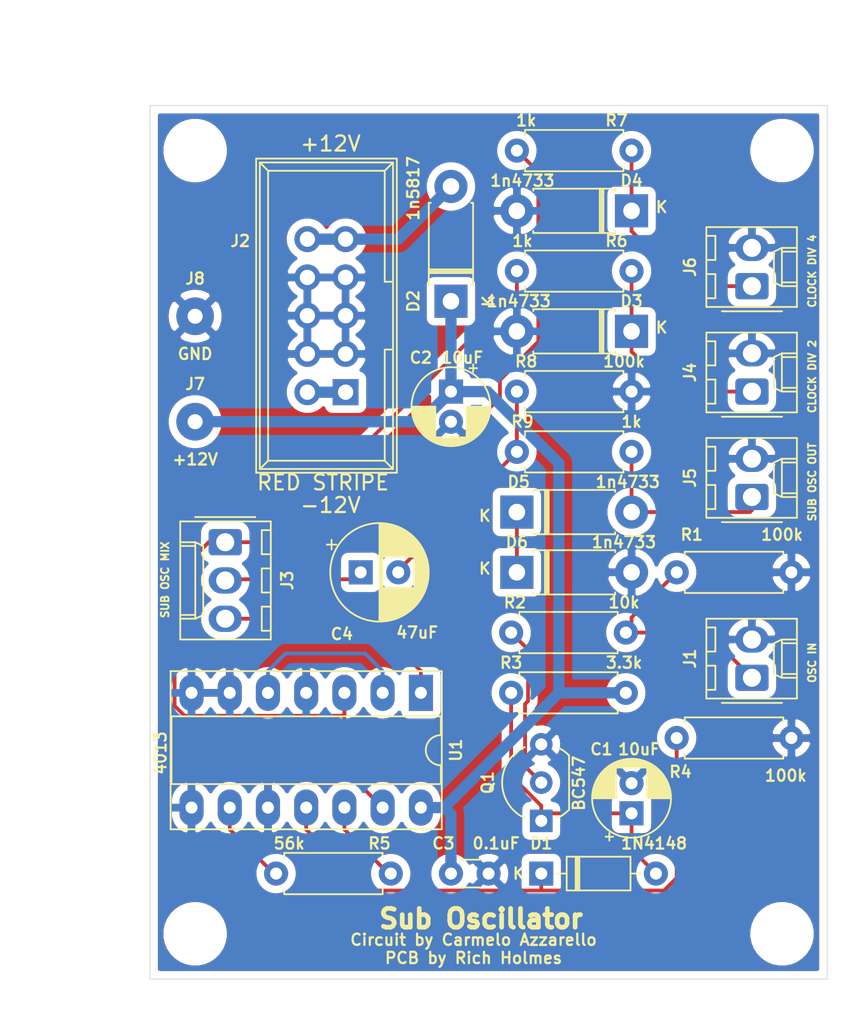
<source format=kicad_pcb>
(kicad_pcb (version 20171130) (host pcbnew 5.1.5-52549c5~84~ubuntu18.04.1)
  (layers (0 F.Cu signal) (31 B.Cu signal) (34 B.Paste user) (35 F.Paste user) (36 B.SilkS user) (37 F.SilkS user) (38 B.Mask user) (39 F.Mask user) (44 Edge.Cuts user))
  (net 0 "")
  (net 1 GND)
  (net 2 +12V)
  (net 3 "Net-(Q1-Pad2)")
  (net 4 "Net-(U1-Pad2)")
  (net 5 /-2_OCT_1)
  (net 6 /-1_OCT_1)
  (net 7 "Net-(C1-Pad1)")
  (net 8 "Net-(D1-Pad1)")
  (net 9 "Net-(D2-Pad2)")
  (net 10 CLOCK_DIV_2_OUT)
  (net 11 CLOCK_DIV_4_OUT)
  (net 12 "Net-(D5-Pad1)")
  (net 13 SUB_OSC_OUT)
  (net 14 OSC_INPUT)
  (net 15 "Net-(J2-Pad1)")
  (net 16 "Net-(R5-Pad2)")
  (net 17 "Net-(R5-Pad1)")
  (net 18 "Net-(C4-Pad2)")
  (net 19 /SUB_OSC_MIX)
  (module ao_tht:MountingHole_3.2mm_M3 (layer F.Cu) (at 169 37)
    (fp_text reference REF** hide)
    (fp_text value MountingHole_3.2mm_M3)
    (pad 1 np_thru_hole circle (at 0 0) (size 3.2 3.2) (drill 3.2) (layers *.Cu *.Mask))
  )
  (module ao_tht:MountingHole_3.2mm_M3 (layer F.Cu) (at 130 37)
    (fp_text reference REF** hide)
    (fp_text value MountingHole_3.2mm_M3)
    (pad 1 np_thru_hole circle (at 0 0) (size 3.2 3.2) (drill 3.2) (layers *.Cu *.Mask))
  )
  (module ao_tht:MountingHole_3.2mm_M3 (layer F.Cu) (at 130 89)
    (fp_text reference REF** hide)
    (fp_text value MountingHole_3.2mm_M3)
    (pad 1 np_thru_hole circle (at 0 0) (size 3.2 3.2) (drill 3.2) (layers *.Cu *.Mask))
  )
  (module ao_tht:MountingHole_3.2mm_M3 (layer F.Cu) (at 169 89)
    (fp_text reference REF** hide)
    (fp_text value MountingHole_3.2mm_M3)
    (pad 1 np_thru_hole circle (at 0 0) (size 3.2 3.2) (drill 3.2) (layers *.Cu *.Mask))
  )
  (module ao_tht:DIP-14_W7.62mm_Socket_LongPads (layer F.Cu) (at 145 73 270)
    (fp_text reference U1 (at 3.81 -2.33 90) (layer F.SilkS) (effects (font (size 0.75 0.75))))
    (fp_text value 4013)
    (fp_text user %V (at 4 17.3 90) (layer F.SilkS) (effects (font (size 0.75 0.75))))
    (pad 14 thru_hole oval (at 7.62 0 270) (size 2.4 1.6) (drill 0.8) (layers *.Cu *.Mask) (net 2 +12V))
    (pad 7 thru_hole oval (at 0 15.24 270) (size 2.4 1.6) (drill 0.8) (layers *.Cu *.Mask) (net 1 GND))
    (pad 13 thru_hole oval (at 7.62 2.54 270) (size 2.4 1.6) (drill 0.8) (layers *.Cu *.Mask) (net 6 /-1_OCT_1))
    (pad 6 thru_hole oval (at 0 12.7 270) (size 2.4 1.6) (drill 0.8) (layers *.Cu *.Mask) (net 1 GND))
    (pad 12 thru_hole oval (at 7.62 5.08 270) (size 2.4 1.6) (drill 0.8) (layers *.Cu *.Mask) (net 17 "Net-(R5-Pad1)"))
    (pad 5 thru_hole oval (at 0 10.16 270) (size 2.4 1.6) (drill 0.8) (layers *.Cu *.Mask) (net 4 "Net-(U1-Pad2)"))
    (pad 11 thru_hole oval (at 7.62 7.62 270) (size 2.4 1.6) (drill 0.8) (layers *.Cu *.Mask) (net 8 "Net-(D1-Pad1)"))
    (pad 4 thru_hole oval (at 0 7.62 270) (size 2.4 1.6) (drill 0.8) (layers *.Cu *.Mask) (net 1 GND))
    (pad 10 thru_hole oval (at 7.62 10.16 270) (size 2.4 1.6) (drill 0.8) (layers *.Cu *.Mask) (net 1 GND))
    (pad 3 thru_hole oval (at 0 5.08 270) (size 2.4 1.6) (drill 0.8) (layers *.Cu *.Mask) (net 6 /-1_OCT_1))
    (pad 9 thru_hole oval (at 7.62 12.7 270) (size 2.4 1.6) (drill 0.8) (layers *.Cu *.Mask) (net 16 "Net-(R5-Pad2)"))
    (pad 2 thru_hole oval (at 0 2.54 270) (size 2.4 1.6) (drill 0.8) (layers *.Cu *.Mask) (net 4 "Net-(U1-Pad2)"))
    (pad 8 thru_hole oval (at 7.62 15.24 270) (size 2.4 1.6) (drill 0.8) (layers *.Cu *.Mask) (net 1 GND))
    (pad 1 thru_hole rect (at 0 0 270) (size 2.4 1.6) (drill 0.8) (layers *.Cu *.Mask) (net 5 /-2_OCT_1))
  )
  (module ao_tht:R_Axial_DIN0207_L6.3mm_D2.5mm_P7.62mm_Horizontal (layer F.Cu) (at 159 57 180)
    (fp_text reference R9 (at 7.25 2) (layer F.SilkS) (effects (font (size 0.75 0.75))))
    (fp_text value 1k (at 0 2) (layer F.SilkS) (effects (font (size 0.75 0.75))))
    (pad 2 thru_hole oval (at 7.62 0 180) (size 1.6 1.6) (drill 0.8) (layers *.Cu *.Mask) (net 18 "Net-(C4-Pad2)"))
    (pad 1 thru_hole circle (at 0 0 180) (size 1.6 1.6) (drill 0.8) (layers *.Cu *.Mask) (net 13 SUB_OSC_OUT))
  )
  (module ao_tht:R_Axial_DIN0207_L6.3mm_D2.5mm_P7.62mm_Horizontal (layer F.Cu) (at 151.38 53)
    (fp_text reference R8 (at 0.62 -2) (layer F.SilkS) (effects (font (size 0.75 0.75))))
    (fp_text value 100k (at 7.12 -2) (layer F.SilkS) (effects (font (size 0.75 0.75))))
    (pad 2 thru_hole oval (at 7.62 0) (size 1.6 1.6) (drill 0.8) (layers *.Cu *.Mask) (net 1 GND))
    (pad 1 thru_hole circle (at 0 0) (size 1.6 1.6) (drill 0.8) (layers *.Cu *.Mask) (net 18 "Net-(C4-Pad2)"))
  )
  (module ao_tht:R_Axial_DIN0207_L6.3mm_D2.5mm_P7.62mm_Horizontal (layer F.Cu) (at 159 37 180)
    (fp_text reference R7 (at 1 2) (layer F.SilkS) (effects (font (size 0.75 0.75))))
    (fp_text value 1k (at 7 2) (layer F.SilkS) (effects (font (size 0.75 0.75))))
    (pad 2 thru_hole oval (at 7.62 0 180) (size 1.6 1.6) (drill 0.8) (layers *.Cu *.Mask) (net 5 /-2_OCT_1))
    (pad 1 thru_hole circle (at 0 0 180) (size 1.6 1.6) (drill 0.8) (layers *.Cu *.Mask) (net 11 CLOCK_DIV_4_OUT))
  )
  (module ao_tht:R_Axial_DIN0207_L6.3mm_D2.5mm_P7.62mm_Horizontal (layer F.Cu) (at 159 45 180)
    (fp_text reference R6 (at 1 2) (layer F.SilkS) (effects (font (size 0.75 0.75))))
    (fp_text value 1k (at 7.25 2) (layer F.SilkS) (effects (font (size 0.75 0.75))))
    (pad 2 thru_hole oval (at 7.62 0 180) (size 1.6 1.6) (drill 0.8) (layers *.Cu *.Mask) (net 6 /-1_OCT_1))
    (pad 1 thru_hole circle (at 0 0 180) (size 1.6 1.6) (drill 0.8) (layers *.Cu *.Mask) (net 10 CLOCK_DIV_2_OUT))
  )
  (module ao_tht:R_Axial_DIN0207_L6.3mm_D2.5mm_P7.62mm_Horizontal (layer F.Cu) (at 143 85 180)
    (fp_text reference R5 (at 0.75 2) (layer F.SilkS) (effects (font (size 0.75 0.75))))
    (fp_text value 56k (at 6.75 2) (layer F.SilkS) (effects (font (size 0.75 0.75))))
    (pad 2 thru_hole oval (at 7.62 0 180) (size 1.6 1.6) (drill 0.8) (layers *.Cu *.Mask) (net 16 "Net-(R5-Pad2)"))
    (pad 1 thru_hole circle (at 0 0 180) (size 1.6 1.6) (drill 0.8) (layers *.Cu *.Mask) (net 17 "Net-(R5-Pad1)"))
  )
  (module ao_tht:R_Axial_DIN0207_L6.3mm_D2.5mm_P7.62mm_Horizontal (layer F.Cu) (at 162 76)
    (fp_text reference R4 (at 0.25 2.25) (layer F.SilkS) (effects (font (size 0.75 0.75))))
    (fp_text value 100k (at 7.25 2.5) (layer F.SilkS) (effects (font (size 0.75 0.75))))
    (pad 2 thru_hole oval (at 7.62 0) (size 1.6 1.6) (drill 0.8) (layers *.Cu *.Mask) (net 1 GND))
    (pad 1 thru_hole circle (at 0 0) (size 1.6 1.6) (drill 0.8) (layers *.Cu *.Mask) (net 8 "Net-(D1-Pad1)"))
  )
  (module ao_tht:R_Axial_DIN0207_L6.3mm_D2.5mm_P7.62mm_Horizontal (layer F.Cu) (at 158.62 73 180)
    (fp_text reference R3 (at 7.62 2) (layer F.SilkS) (effects (font (size 0.75 0.75))))
    (fp_text value 3.3k (at 0.12 2) (layer F.SilkS) (effects (font (size 0.75 0.75))))
    (pad 2 thru_hole oval (at 7.62 0 180) (size 1.6 1.6) (drill 0.8) (layers *.Cu *.Mask) (net 7 "Net-(C1-Pad1)"))
    (pad 1 thru_hole circle (at 0 0 180) (size 1.6 1.6) (drill 0.8) (layers *.Cu *.Mask) (net 2 +12V))
  )
  (module ao_tht:R_Axial_DIN0207_L6.3mm_D2.5mm_P7.62mm_Horizontal (layer F.Cu) (at 151 69)
    (fp_text reference R2 (at 0.25 -2) (layer F.SilkS) (effects (font (size 0.75 0.75))))
    (fp_text value 10k (at 7.5 -2) (layer F.SilkS) (effects (font (size 0.75 0.75))))
    (pad 2 thru_hole oval (at 7.62 0) (size 1.6 1.6) (drill 0.8) (layers *.Cu *.Mask) (net 14 OSC_INPUT))
    (pad 1 thru_hole circle (at 0 0) (size 1.6 1.6) (drill 0.8) (layers *.Cu *.Mask) (net 3 "Net-(Q1-Pad2)"))
  )
  (module ao_tht:R_Axial_DIN0207_L6.3mm_D2.5mm_P7.62mm_Horizontal (layer F.Cu) (at 162 65)
    (fp_text reference R1 (at 1 -2.5) (layer F.SilkS) (effects (font (size 0.75 0.75))))
    (fp_text value 100k (at 7 -2.5) (layer F.SilkS) (effects (font (size 0.75 0.75))))
    (pad 2 thru_hole oval (at 7.62 0) (size 1.6 1.6) (drill 0.8) (layers *.Cu *.Mask) (net 1 GND))
    (pad 1 thru_hole circle (at 0 0) (size 1.6 1.6) (drill 0.8) (layers *.Cu *.Mask) (net 14 OSC_INPUT))
  )
  (module ao_tht:TO-92_Inline_Wide (layer F.Cu) (at 153 81.5 90)
    (fp_text reference Q1 (at 2.54 -3.56 90) (layer F.SilkS) (effects (font (size 0.75 0.75))))
    (fp_text value BC547)
    (fp_text user %V (at 2.5 2.5 90) (layer F.SilkS) (effects (font (size 0.75 0.75))))
    (pad 1 thru_hole rect (at 0 0 180) (size 1.5 1.5) (drill 0.8) (layers *.Cu *.Mask) (net 7 "Net-(C1-Pad1)"))
    (pad 3 thru_hole circle (at 5.08 0 180) (size 1.5 1.5) (drill 0.8) (layers *.Cu *.Mask) (net 1 GND))
    (pad 2 thru_hole circle (at 2.54 0 180) (size 1.5 1.5) (drill 0.8) (layers *.Cu *.Mask) (net 3 "Net-(Q1-Pad2)"))
  )
  (module ao_tht:SolderWirePad_1x01_Drill1mm (layer F.Cu) (at 130 48)
    (fp_text reference J8 (at 0 -2.5) (layer F.SilkS) (effects (font (size 0.75 0.75))))
    (fp_text value Conn_01x01)
    (fp_text user GND (at 0 2.5) (layer F.SilkS) (effects (font (size 0.75 0.75))))
    (pad 1 thru_hole circle (at 0 0) (size 2.49936 2.49936) (drill 1.00076) (layers *.Cu *.Mask) (net 1 GND))
  )
  (module ao_tht:SolderWirePad_1x01_Drill1mm (layer F.Cu) (at 130 55)
    (fp_text reference J7 (at 0 -2.5) (layer F.SilkS) (effects (font (size 0.75 0.75))))
    (fp_text value Conn_01x01)
    (fp_text user +12V (at 0 2.5) (layer F.SilkS) (effects (font (size 0.75 0.75))))
    (pad 1 thru_hole circle (at 0 0) (size 2.49936 2.49936) (drill 1.00076) (layers *.Cu *.Mask) (net 2 +12V))
  )
  (module ao_tht:Molex_KK-254_AE-6410-02A_1x02_P2.54mm_Vertical (layer F.Cu) (at 167 46 90)
    (fp_text reference J6 (at 1.27 -4.12 90) (layer F.SilkS) (effects (font (size 0.75 0.75))))
    (fp_text value "Conn_01x02 Sub Osc Out")
    (fp_text user "CLOCK DIV 4" (at 1 4 90) (layer F.SilkS) (effects (font (size 0.5 0.5) (thickness 0.125))))
    (pad 2 thru_hole oval (at 2.54 0 90) (size 1.74 2.2) (drill 1.2) (layers *.Cu *.Mask) (net 1 GND))
    (pad 1 thru_hole roundrect (at 0 0 90) (size 1.74 2.2) (drill 1.2) (layers *.Cu *.Mask) (roundrect_rratio 0.143678) (net 11 CLOCK_DIV_4_OUT))
  )
  (module ao_tht:Molex_KK-254_AE-6410-02A_1x02_P2.54mm_Vertical (layer F.Cu) (at 167 60 90)
    (fp_text reference J5 (at 1.27 -4.12 90) (layer F.SilkS) (effects (font (size 0.75 0.75))))
    (fp_text value "Conn_01x02 Sub Osc Out")
    (fp_text user "SUB OSC OUT" (at 1 4 90) (layer F.SilkS) (effects (font (size 0.5 0.5) (thickness 0.125))))
    (pad 2 thru_hole oval (at 2.54 0 90) (size 1.74 2.2) (drill 1.2) (layers *.Cu *.Mask) (net 1 GND))
    (pad 1 thru_hole roundrect (at 0 0 90) (size 1.74 2.2) (drill 1.2) (layers *.Cu *.Mask) (roundrect_rratio 0.143678) (net 13 SUB_OSC_OUT))
  )
  (module ao_tht:Molex_KK-254_AE-6410-02A_1x02_P2.54mm_Vertical (layer F.Cu) (at 167 53 90)
    (fp_text reference J4 (at 1.27 -4.12 90) (layer F.SilkS) (effects (font (size 0.75 0.75))))
    (fp_text value "Conn_01x02 Sub Osc Out")
    (fp_text user "CLOCK DIV 2" (at 1 4 90) (layer F.SilkS) (effects (font (size 0.5 0.5) (thickness 0.125))))
    (pad 2 thru_hole oval (at 2.54 0 90) (size 1.74 2.2) (drill 1.2) (layers *.Cu *.Mask) (net 1 GND))
    (pad 1 thru_hole roundrect (at 0 0 90) (size 1.74 2.2) (drill 1.2) (layers *.Cu *.Mask) (roundrect_rratio 0.143678) (net 10 CLOCK_DIV_2_OUT))
  )
  (module ao_tht:Molex_KK-254_AE-6410-03A_1x03_P2.54mm_Vertical (layer F.Cu) (at 132 63 270)
    (fp_text reference J3 (at 2.54 -4.12 90) (layer F.SilkS) (effects (font (size 0.75 0.75))))
    (fp_text value Conn_01x03)
    (fp_text user "SUB OSC MIX" (at 2.5 4 270) (layer F.SilkS) (effects (font (size 0.5 0.5) (thickness 0.125))))
    (pad 3 thru_hole oval (at 5.08 0 270) (size 1.74 2.2) (drill 1.2) (layers *.Cu *.Mask) (net 5 /-2_OCT_1))
    (pad 2 thru_hole oval (at 2.54 0 270) (size 1.74 2.2) (drill 1.2) (layers *.Cu *.Mask) (net 19 /SUB_OSC_MIX))
    (pad 1 thru_hole roundrect (at 0 0 270) (size 1.74 2.2) (drill 1.2) (layers *.Cu *.Mask) (roundrect_rratio 0.143678) (net 6 /-1_OCT_1))
  )
  (module ao_tht:Power_Header (layer F.Cu) (at 140 53.04 180)
    (fp_text reference J2 (at 7 10.04) (layer F.SilkS) (effects (font (size 0.75 0.75))))
    (fp_text value EURO_PWR_2x5)
    (fp_text user "RED STRIPE" (at 1.5 -6) (layer F.SilkS))
    (fp_text user -12V (at 1 -7.5) (layer F.SilkS))
    (fp_text user +12V (at 1 16.5) (layer F.SilkS))
    (pad 10 thru_hole oval (at 2.54 10.16 180) (size 1.7272 1.7272) (drill 1.016) (layers *.Cu *.Mask) (net 9 "Net-(D2-Pad2)"))
    (pad 9 thru_hole oval (at 0 10.16 180) (size 1.7272 1.7272) (drill 1.016) (layers *.Cu *.Mask) (net 9 "Net-(D2-Pad2)"))
    (pad 8 thru_hole oval (at 2.54 7.62 180) (size 1.7272 1.7272) (drill 1.016) (layers *.Cu *.Mask) (net 1 GND))
    (pad 7 thru_hole oval (at 0 7.62 180) (size 1.7272 1.7272) (drill 1.016) (layers *.Cu *.Mask) (net 1 GND))
    (pad 6 thru_hole oval (at 2.54 5.08 180) (size 1.7272 1.7272) (drill 1.016) (layers *.Cu *.Mask) (net 1 GND))
    (pad 5 thru_hole oval (at 0 5.08 180) (size 1.7272 1.7272) (drill 1.016) (layers *.Cu *.Mask) (net 1 GND))
    (pad 4 thru_hole oval (at 2.54 2.54 180) (size 1.7272 1.7272) (drill 1.016) (layers *.Cu *.Mask) (net 1 GND))
    (pad 3 thru_hole oval (at 0 2.54 180) (size 1.7272 1.7272) (drill 1.016) (layers *.Cu *.Mask) (net 1 GND))
    (pad 2 thru_hole oval (at 2.54 0 180) (size 1.7272 1.7272) (drill 1.016) (layers *.Cu *.Mask) (net 15 "Net-(J2-Pad1)"))
    (pad 1 thru_hole rect (at 0 0 180) (size 1.7272 1.7272) (drill 1.016) (layers *.Cu *.Mask) (net 15 "Net-(J2-Pad1)"))
  )
  (module ao_tht:Molex_KK-254_AE-6410-02A_1x02_P2.54mm_Vertical (layer F.Cu) (at 167 72 90)
    (fp_text reference J1 (at 1.27 -4.12 90) (layer F.SilkS) (effects (font (size 0.75 0.75))))
    (fp_text value "Conn_01x02 Osc In")
    (fp_text user "OSC IN" (at 1 4 90) (layer F.SilkS) (effects (font (size 0.5 0.5) (thickness 0.125))))
    (pad 2 thru_hole oval (at 2.54 0 90) (size 1.74 2.2) (drill 1.2) (layers *.Cu *.Mask) (net 1 GND))
    (pad 1 thru_hole roundrect (at 0 0 90) (size 1.74 2.2) (drill 1.2) (layers *.Cu *.Mask) (roundrect_rratio 0.143678) (net 14 OSC_INPUT))
  )
  (module ao_tht:D_DO-41_SOD81_P7.62mm_Horizontal (layer F.Cu) (at 151.38 65)
    (fp_text reference D6 (at 0 -2) (layer F.SilkS) (effects (font (size 0.75 0.75))))
    (fp_text value 1n4733)
    (fp_text user K (at -2.13 -0.25) (layer F.SilkS) (effects (font (size 0.75 0.75))))
    (fp_text user %V (at 7.12 -2) (layer F.SilkS) (effects (font (size 0.75 0.75))))
    (pad 2 thru_hole oval (at 7.62 0) (size 2.2 2.2) (drill 1.1) (layers *.Cu *.Mask) (net 1 GND))
    (pad 1 thru_hole rect (at 0 0) (size 2.2 2.2) (drill 1.1) (layers *.Cu *.Mask) (net 12 "Net-(D5-Pad1)"))
  )
  (module ao_tht:D_DO-41_SOD81_P7.62mm_Horizontal (layer F.Cu) (at 151.38 61)
    (fp_text reference D5 (at 0.12 -2) (layer F.SilkS) (effects (font (size 0.75 0.75))))
    (fp_text value 1n4733)
    (fp_text user K (at -2.13 0.25) (layer F.SilkS) (effects (font (size 0.75 0.75))))
    (fp_text user %V (at 7.37 -2) (layer F.SilkS) (effects (font (size 0.75 0.75))))
    (pad 2 thru_hole oval (at 7.62 0) (size 2.2 2.2) (drill 1.1) (layers *.Cu *.Mask) (net 13 SUB_OSC_OUT))
    (pad 1 thru_hole rect (at 0 0) (size 2.2 2.2) (drill 1.1) (layers *.Cu *.Mask) (net 12 "Net-(D5-Pad1)"))
  )
  (module ao_tht:D_DO-41_SOD81_P7.62mm_Horizontal (layer F.Cu) (at 159 41 180)
    (fp_text reference D4 (at 0 2) (layer F.SilkS) (effects (font (size 0.75 0.75))))
    (fp_text value 1n4733)
    (fp_text user K (at -2 0.25) (layer F.SilkS) (effects (font (size 0.75 0.75))))
    (fp_text user %V (at 7.25 2) (layer F.SilkS) (effects (font (size 0.75 0.75))))
    (pad 2 thru_hole oval (at 7.62 0 180) (size 2.2 2.2) (drill 1.1) (layers *.Cu *.Mask) (net 1 GND))
    (pad 1 thru_hole rect (at 0 0 180) (size 2.2 2.2) (drill 1.1) (layers *.Cu *.Mask) (net 11 CLOCK_DIV_4_OUT))
  )
  (module ao_tht:D_DO-41_SOD81_P7.62mm_Horizontal (layer F.Cu) (at 159 49 180)
    (fp_text reference D3 (at 0 2) (layer F.SilkS) (effects (font (size 0.75 0.75))))
    (fp_text value 1n4733)
    (fp_text user K (at -2 0.25) (layer F.SilkS) (effects (font (size 0.75 0.75))))
    (fp_text user %V (at 7.5 2) (layer F.SilkS) (effects (font (size 0.75 0.75))))
    (pad 2 thru_hole oval (at 7.62 0 180) (size 2.2 2.2) (drill 1.1) (layers *.Cu *.Mask) (net 1 GND))
    (pad 1 thru_hole rect (at 0 0 180) (size 2.2 2.2) (drill 1.1) (layers *.Cu *.Mask) (net 10 CLOCK_DIV_2_OUT))
  )
  (module ao_tht:D_DO-41_SOD81_P7.62mm_Horizontal (layer F.Cu) (at 147 47 90)
    (fp_text reference D2 (at 0 -2.5 90) (layer F.SilkS) (effects (font (size 0.75 0.75))))
    (fp_text value 1n5817)
    (fp_text user K (at 0 2.5 90) (layer F.SilkS) (effects (font (size 0.75 0.75))))
    (fp_text user %V (at 7.5 -2.5 90) (layer F.SilkS) (effects (font (size 0.75 0.75))))
    (pad 2 thru_hole oval (at 7.62 0 90) (size 2.2 2.2) (drill 1.1) (layers *.Cu *.Mask) (net 9 "Net-(D2-Pad2)"))
    (pad 1 thru_hole rect (at 0 0 90) (size 2.2 2.2) (drill 1.1) (layers *.Cu *.Mask) (net 2 +12V))
  )
  (module ao_tht:D_DO-35_SOD27_P7.62mm_Horizontal (layer F.Cu) (at 153 85)
    (fp_text reference D1 (at 0 -2) (layer F.SilkS) (effects (font (size 0.75 0.75))))
    (fp_text value 1N4148)
    (fp_text user K (at -1.5 0) (layer F.SilkS) (effects (font (size 0.75 0.75))))
    (fp_text user %V (at 7.5 -2) (layer F.SilkS) (effects (font (size 0.75 0.75))))
    (pad 2 thru_hole oval (at 7.62 0) (size 1.6 1.6) (drill 0.8) (layers *.Cu *.Mask) (net 7 "Net-(C1-Pad1)"))
    (pad 1 thru_hole rect (at 0 0) (size 1.6 1.6) (drill 0.8) (layers *.Cu *.Mask) (net 8 "Net-(D1-Pad1)"))
  )
  (module ao_tht:CP_Radial_D6.3mm_P2.50mm (layer F.Cu) (at 141 65)
    (fp_text reference C4 (at -1.25 4.1) (layer F.SilkS) (effects (font (size 0.75 0.75))))
    (fp_text value 47uF)
    (fp_text user %V (at 3.75 4) (layer F.SilkS) (effects (font (size 0.75 0.75))))
    (pad 2 thru_hole circle (at 2.5 0) (size 1.6 1.6) (drill 0.8) (layers *.Cu *.Mask) (net 18 "Net-(C4-Pad2)"))
    (pad 1 thru_hole rect (at 0 0) (size 1.6 1.6) (drill 0.8) (layers *.Cu *.Mask) (net 19 /SUB_OSC_MIX))
  )
  (module ao_tht:C_Disc_D3.0mm_W1.6mm_P2.50mm (layer F.Cu) (at 147 85)
    (fp_text reference C3 (at -0.5 -2) (layer F.SilkS) (effects (font (size 0.75 0.75))))
    (fp_text value 0.1uF)
    (fp_text user %V (at 3 -2) (layer F.SilkS) (effects (font (size 0.75 0.75))))
    (pad 2 thru_hole circle (at 2.5 0) (size 1.6 1.6) (drill 0.8) (layers *.Cu *.Mask) (net 1 GND))
    (pad 1 thru_hole circle (at 0 0) (size 1.6 1.6) (drill 0.8) (layers *.Cu *.Mask) (net 2 +12V))
  )
  (module ao_tht:CP_Radial_D5.0mm_P2.00mm (layer F.Cu) (at 147 53 270)
    (fp_text reference C2 (at -2.25 2 180) (layer F.SilkS) (effects (font (size 0.75 0.75))))
    (fp_text value 10uF)
    (fp_text user %V (at -2.25 -0.75 180) (layer F.SilkS) (effects (font (size 0.75 0.75))))
    (pad 2 thru_hole circle (at 2 0 270) (size 1.6 1.6) (drill 0.8) (layers *.Cu *.Mask) (net 1 GND))
    (pad 1 thru_hole rect (at 0 0 270) (size 1.6 1.6) (drill 0.8) (layers *.Cu *.Mask) (net 2 +12V))
  )
  (module ao_tht:CP_Radial_D5.0mm_P2.00mm (layer F.Cu) (at 159 81 90)
    (fp_text reference C1 (at 4.25 -2 180) (layer F.SilkS) (effects (font (size 0.75 0.75))))
    (fp_text value 10uF)
    (fp_text user %V (at 4.25 0.5 180) (layer F.SilkS) (effects (font (size 0.75 0.75))))
    (pad 2 thru_hole circle (at 2 0 90) (size 1.6 1.6) (drill 0.8) (layers *.Cu *.Mask) (net 1 GND))
    (pad 1 thru_hole rect (at 0 0 90) (size 1.6 1.6) (drill 0.8) (layers *.Cu *.Mask) (net 7 "Net-(C1-Pad1)"))
  )
  (gr_text "Circuit by Carmelo Azzarello\nPCB by Rich Holmes" (at 148.5 90) (layer F.SilkS) (effects (font (size 0.75 0.75))))
  (gr_text "Sub Oscillator" (at 149 88) (layer F.SilkS) (effects (font (size 1.25 1.25) (thickness 0.3125))))
  (gr_line (start 172 92) (end 127 92) (layer Edge.Cuts) (width 0.05))
  (gr_line (start 172 34) (end 172 92) (layer Edge.Cuts) (width 0.05))
  (gr_line (start 127 34) (end 172 34) (layer Edge.Cuts) (width 0.05))
  (gr_line (start 127 92) (end 127 34) (layer Edge.Cuts) (width 0.05))
  (segment (start 170 65) (end 168.86863 65) (width 0.25) (layer F.Cu) (net 1))
  (segment (start 147 47) (end 147 53) (width 0.75) (layer B.Cu) (net 2))
  (segment (start 157.48863 73) (end 158.62 73) (width 0.75) (layer B.Cu) (net 2))
  (segment (start 154.17 73) (end 157.48863 73) (width 0.75) (layer B.Cu) (net 2))
  (segment (start 145 80.62) (end 146.55 80.62) (width 0.75) (layer B.Cu) (net 2))
  (segment (start 146.55 80.62) (end 154.17 73) (width 0.75) (layer B.Cu) (net 2))
  (segment (start 154.17 57.754998) (end 154.17 73) (width 0.75) (layer B.Cu) (net 2))
  (segment (start 149.415002 53) (end 154.17 57.754998) (width 0.75) (layer B.Cu) (net 2))
  (segment (start 147 53) (end 149.415002 53) (width 0.75) (layer B.Cu) (net 2))
  (segment (start 145 55) (end 147 53) (width 0.75) (layer B.Cu) (net 2))
  (segment (start 130 55) (end 145 55) (width 0.75) (layer B.Cu) (net 2))
  (segment (start 147 81.07) (end 147 85) (width 0.75) (layer B.Cu) (net 2))
  (segment (start 146.55 80.62) (end 147 81.07) (width 0.75) (layer B.Cu) (net 2))
  (segment (start 152.125001 70.125001) (end 151.799999 69.799999) (width 0.25) (layer F.Cu) (net 3))
  (segment (start 152.125001 73.540001) (end 152.125001 70.125001) (width 0.25) (layer F.Cu) (net 3))
  (segment (start 151.924999 73.740003) (end 152.125001 73.540001) (width 0.25) (layer F.Cu) (net 3))
  (segment (start 151.924999 77.884999) (end 151.924999 73.740003) (width 0.25) (layer F.Cu) (net 3))
  (segment (start 151.799999 69.799999) (end 151 69) (width 0.25) (layer F.Cu) (net 3))
  (segment (start 153 78.96) (end 151.924999 77.884999) (width 0.25) (layer F.Cu) (net 3))
  (segment (start 134.84 71.55) (end 136 70.39) (width 0.25) (layer B.Cu) (net 4))
  (segment (start 134.84 73) (end 134.84 71.55) (width 0.25) (layer B.Cu) (net 4))
  (segment (start 142.46 71.55) (end 142.46 73) (width 0.25) (layer B.Cu) (net 4))
  (segment (start 141.3 70.39) (end 142.46 71.55) (width 0.25) (layer B.Cu) (net 4))
  (segment (start 136 70.39) (end 141.3 70.39) (width 0.25) (layer B.Cu) (net 4))
  (segment (start 133.35 68.08) (end 132 68.08) (width 0.25) (layer F.Cu) (net 5))
  (segment (start 141.53 68.08) (end 133.35 68.08) (width 0.25) (layer F.Cu) (net 5))
  (segment (start 145 71.55) (end 141.53 68.08) (width 0.25) (layer F.Cu) (net 5))
  (segment (start 145 73) (end 145 71.55) (width 0.25) (layer F.Cu) (net 5))
  (segment (start 152.179999 37.799999) (end 151.38 37) (width 0.25) (layer F.Cu) (net 5))
  (segment (start 152.805001 38.425001) (end 152.179999 37.799999) (width 0.25) (layer F.Cu) (net 5))
  (segment (start 152.805001 49.684001) (end 152.805001 38.425001) (width 0.25) (layer F.Cu) (net 5))
  (segment (start 150.254999 52.234003) (end 152.805001 49.684001) (width 0.25) (layer F.Cu) (net 5))
  (segment (start 150.254999 53.410003) (end 150.254999 52.234003) (width 0.25) (layer F.Cu) (net 5))
  (segment (start 142.374999 61.290003) (end 150.254999 53.410003) (width 0.25) (layer F.Cu) (net 5))
  (segment (start 142.374999 67.235001) (end 142.374999 61.290003) (width 0.25) (layer F.Cu) (net 5))
  (segment (start 141.53 68.08) (end 142.374999 67.235001) (width 0.25) (layer F.Cu) (net 5))
  (segment (start 142.26 80.42) (end 142.46 80.22) (width 0.25) (layer F.Cu) (net 6))
  (segment (start 139.92 73) (end 139.92 78.08) (width 0.25) (layer F.Cu) (net 6))
  (segment (start 139.92 78.08) (end 142.26 80.42) (width 0.25) (layer F.Cu) (net 6))
  (segment (start 130.9 63) (end 132 63) (width 0.25) (layer F.Cu) (net 6))
  (segment (start 128.63499 65.26501) (end 130.9 63) (width 0.25) (layer F.Cu) (net 6))
  (segment (start 128.63499 73.865994) (end 128.63499 65.26501) (width 0.25) (layer F.Cu) (net 6))
  (segment (start 129.294006 74.52501) (end 128.63499 73.865994) (width 0.25) (layer F.Cu) (net 6))
  (segment (start 139.84499 74.52501) (end 129.294006 74.52501) (width 0.25) (layer F.Cu) (net 6))
  (segment (start 139.92 74.45) (end 139.84499 74.52501) (width 0.25) (layer F.Cu) (net 6))
  (segment (start 139.92 73) (end 139.92 74.45) (width 0.25) (layer F.Cu) (net 6))
  (segment (start 151.38 46.13137) (end 151.38 45) (width 0.25) (layer F.Cu) (net 6))
  (segment (start 151.38 46.434998) (end 151.38 46.13137) (width 0.25) (layer F.Cu) (net 6))
  (segment (start 134.814998 63) (end 151.38 46.434998) (width 0.25) (layer F.Cu) (net 6))
  (segment (start 132 63) (end 134.814998 63) (width 0.25) (layer F.Cu) (net 6))
  (segment (start 159 83.38) (end 159 81) (width 0.25) (layer F.Cu) (net 7))
  (segment (start 160.62 85) (end 159 83.38) (width 0.25) (layer F.Cu) (net 7))
  (segment (start 153.5 81) (end 153 81.5) (width 0.25) (layer F.Cu) (net 7))
  (segment (start 159 81) (end 153.5 81) (width 0.25) (layer F.Cu) (net 7))
  (segment (start 151 74.13137) (end 151 73) (width 0.25) (layer F.Cu) (net 7))
  (segment (start 151 78.5) (end 151 74.13137) (width 0.25) (layer F.Cu) (net 7))
  (segment (start 153 80.5) (end 151 78.5) (width 0.25) (layer F.Cu) (net 7))
  (segment (start 153 81.5) (end 153 80.5) (width 0.25) (layer F.Cu) (net 7))
  (segment (start 141.435001 86.125001) (end 152.924999 86.125001) (width 0.25) (layer F.Cu) (net 8))
  (segment (start 152.924999 86.125001) (end 153 86.05) (width 0.25) (layer F.Cu) (net 8))
  (segment (start 137.38 82.07) (end 141.435001 86.125001) (width 0.25) (layer F.Cu) (net 8))
  (segment (start 137.38 80.62) (end 137.38 82.07) (width 0.25) (layer F.Cu) (net 8))
  (segment (start 153 86.05) (end 153 85) (width 0.25) (layer F.Cu) (net 8))
  (segment (start 153.075001 86.125001) (end 153 86.05) (width 0.25) (layer F.Cu) (net 8))
  (segment (start 161.160001 86.125001) (end 153.075001 86.125001) (width 0.25) (layer F.Cu) (net 8))
  (segment (start 162 85.285002) (end 161.160001 86.125001) (width 0.25) (layer F.Cu) (net 8))
  (segment (start 162 76) (end 162 85.285002) (width 0.25) (layer F.Cu) (net 8))
  (segment (start 140 42.88) (end 143.5 42.88) (width 0.75) (layer B.Cu) (net 9))
  (segment (start 143.5 42.88) (end 147 39.38) (width 0.75) (layer B.Cu) (net 9))
  (segment (start 137.46 42.88) (end 140 42.88) (width 0.75) (layer B.Cu) (net 9))
  (segment (start 159 45) (end 159 49) (width 0.25) (layer F.Cu) (net 10))
  (segment (start 165.9 53) (end 167 53) (width 0.25) (layer F.Cu) (net 10))
  (segment (start 161.65 53) (end 165.9 53) (width 0.25) (layer F.Cu) (net 10))
  (segment (start 159 50.35) (end 161.65 53) (width 0.25) (layer F.Cu) (net 10))
  (segment (start 159 49) (end 159 50.35) (width 0.25) (layer F.Cu) (net 10))
  (segment (start 159 37) (end 159 41) (width 0.25) (layer F.Cu) (net 11))
  (segment (start 165.9 46) (end 167 46) (width 0.25) (layer F.Cu) (net 11))
  (segment (start 159 42.35) (end 162.65 46) (width 0.25) (layer F.Cu) (net 11))
  (segment (start 162.65 46) (end 165.9 46) (width 0.25) (layer F.Cu) (net 11))
  (segment (start 159 41) (end 159 42.35) (width 0.25) (layer F.Cu) (net 11))
  (segment (start 151.38 61) (end 151.38 65) (width 0.25) (layer F.Cu) (net 12))
  (segment (start 159 57) (end 159 61) (width 0.25) (layer F.Cu) (net 13))
  (segment (start 167 60.87) (end 167 60) (width 0.25) (layer F.Cu) (net 13))
  (segment (start 166.87 61) (end 167 60.87) (width 0.25) (layer F.Cu) (net 13))
  (segment (start 159 61) (end 166.87 61) (width 0.25) (layer F.Cu) (net 13))
  (segment (start 164 69) (end 167 72) (width 0.25) (layer F.Cu) (net 14))
  (segment (start 158.62 69) (end 164 69) (width 0.25) (layer F.Cu) (net 14))
  (segment (start 162 65) (end 159 68) (width 0.25) (layer F.Cu) (net 14))
  (segment (start 159 68.62) (end 158.62 69) (width 0.25) (layer F.Cu) (net 14))
  (segment (start 159 68) (end 159 68.62) (width 0.25) (layer F.Cu) (net 14))
  (segment (start 137.46 53.04) (end 140 53.04) (width 0.75) (layer B.Cu) (net 15))
  (segment (start 135.23 85) (end 135.38 85) (width 0.25) (layer F.Cu) (net 16))
  (segment (start 132.3 82.07) (end 135.23 85) (width 0.25) (layer F.Cu) (net 16))
  (segment (start 132.3 80.62) (end 132.3 82.07) (width 0.25) (layer F.Cu) (net 16))
  (segment (start 142.85 85) (end 143 85) (width 0.25) (layer F.Cu) (net 17))
  (segment (start 139.92 82.07) (end 142.85 85) (width 0.25) (layer F.Cu) (net 17))
  (segment (start 139.92 80.62) (end 139.92 82.07) (width 0.25) (layer F.Cu) (net 17))
  (segment (start 151.38 53) (end 151.38 57) (width 0.25) (layer F.Cu) (net 18))
  (segment (start 143.5 64.88) (end 143.5 65) (width 0.25) (layer F.Cu) (net 18))
  (segment (start 151.38 57) (end 143.5 64.88) (width 0.25) (layer F.Cu) (net 18))
  (segment (start 140.54 65.46) (end 141 65) (width 0.25) (layer F.Cu) (net 19))
  (segment (start 132 65.46) (end 140.54 65.46) (width 0.25) (layer F.Cu) (net 19))
  (zone (net 1) (net_name GND) (layer F.Cu) (connect_pads (clearance 0.508)) (min_thickness 0.254) (fill yes (arc_segments 32) (thermal_gap 0.508) (thermal_bridge_width 0.508))
    (polygon (pts (xy 174 33) (xy 174 95) (xy 125 95) (xy 125 33)))
  )
  (zone (net 1) (net_name GND) (layer B.Cu) (connect_pads (clearance 0.508)) (min_thickness 0.254) (fill yes (arc_segments 32) (thermal_gap 0.508) (thermal_bridge_width 0.508))
    (polygon (pts (xy 174 33) (xy 174 95) (xy 125 95) (xy 125 33)))
  )
)
</source>
